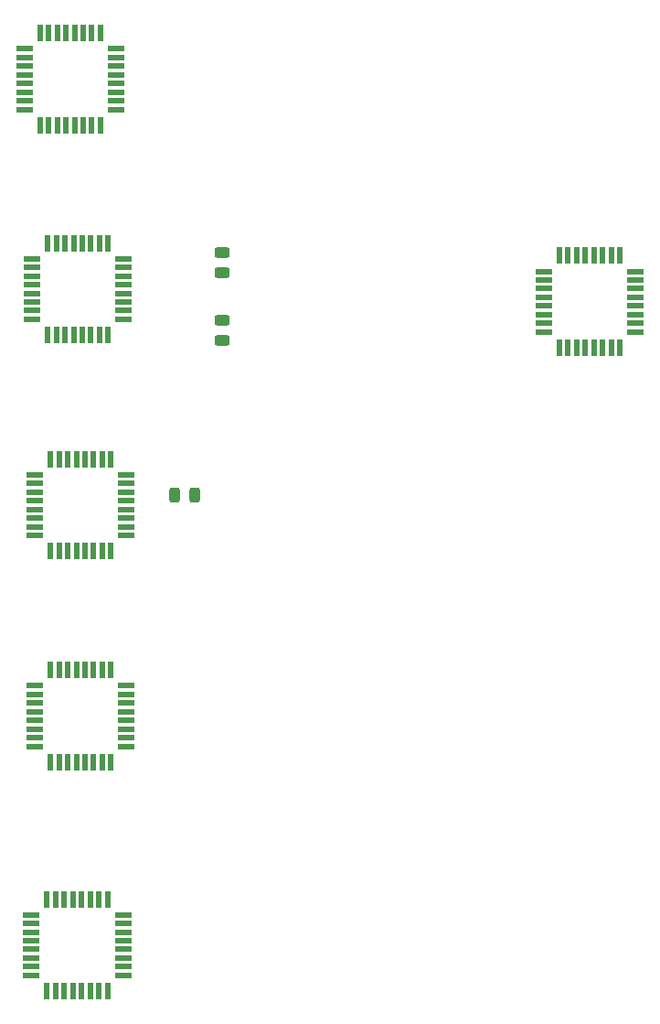
<source format=gbr>
%TF.GenerationSoftware,KiCad,Pcbnew,7.0.7*%
%TF.CreationDate,2023-11-05T16:16:46-05:00*%
%TF.ProjectId,MaisonEtape1,4d616973-6f6e-4457-9461-7065312e6b69,rev?*%
%TF.SameCoordinates,Original*%
%TF.FileFunction,Paste,Top*%
%TF.FilePolarity,Positive*%
%FSLAX46Y46*%
G04 Gerber Fmt 4.6, Leading zero omitted, Abs format (unit mm)*
G04 Created by KiCad (PCBNEW 7.0.7) date 2023-11-05 16:16:46*
%MOMM*%
%LPD*%
G01*
G04 APERTURE LIST*
G04 Aperture macros list*
%AMRoundRect*
0 Rectangle with rounded corners*
0 $1 Rounding radius*
0 $2 $3 $4 $5 $6 $7 $8 $9 X,Y pos of 4 corners*
0 Add a 4 corners polygon primitive as box body*
4,1,4,$2,$3,$4,$5,$6,$7,$8,$9,$2,$3,0*
0 Add four circle primitives for the rounded corners*
1,1,$1+$1,$2,$3*
1,1,$1+$1,$4,$5*
1,1,$1+$1,$6,$7*
1,1,$1+$1,$8,$9*
0 Add four rect primitives between the rounded corners*
20,1,$1+$1,$2,$3,$4,$5,0*
20,1,$1+$1,$4,$5,$6,$7,0*
20,1,$1+$1,$6,$7,$8,$9,0*
20,1,$1+$1,$8,$9,$2,$3,0*%
G04 Aperture macros list end*
%ADD10RoundRect,0.243750X-0.456250X0.243750X-0.456250X-0.243750X0.456250X-0.243750X0.456250X0.243750X0*%
%ADD11R,0.550000X1.600000*%
%ADD12R,1.600000X0.550000*%
%ADD13RoundRect,0.243750X-0.243750X-0.456250X0.243750X-0.456250X0.243750X0.456250X-0.243750X0.456250X0*%
G04 APERTURE END LIST*
D10*
%TO.C,Window_1*%
X131445000Y-66880500D03*
X131445000Y-68755500D03*
%TD*%
%TO.C,Window_2*%
X131445000Y-73152000D03*
X131445000Y-75027000D03*
%TD*%
D11*
%TO.C,U1*%
X120853000Y-66040000D03*
X120053000Y-66040000D03*
X119253000Y-66040000D03*
X118453000Y-66040000D03*
X117653000Y-66040000D03*
X116853000Y-66040000D03*
X116053000Y-66040000D03*
X115253000Y-66040000D03*
D12*
X113803000Y-67490000D03*
X113803000Y-68290000D03*
X113803000Y-69090000D03*
X113803000Y-69890000D03*
X113803000Y-70690000D03*
X113803000Y-71490000D03*
X113803000Y-72290000D03*
X113803000Y-73090000D03*
D11*
X115253000Y-74540000D03*
X116053000Y-74540000D03*
X116853000Y-74540000D03*
X117653000Y-74540000D03*
X118453000Y-74540000D03*
X119253000Y-74540000D03*
X120053000Y-74540000D03*
X120853000Y-74540000D03*
D12*
X122303000Y-73090000D03*
X122303000Y-72290000D03*
X122303000Y-71490000D03*
X122303000Y-70690000D03*
X122303000Y-69890000D03*
X122303000Y-69090000D03*
X122303000Y-68290000D03*
X122303000Y-67490000D03*
%TD*%
%TO.C,U2*%
X114055000Y-87479800D03*
X114055000Y-88279800D03*
X114055000Y-89079800D03*
X114055000Y-89879800D03*
X114055000Y-90679800D03*
X114055000Y-91479800D03*
X114055000Y-92279800D03*
X114055000Y-93079800D03*
D11*
X115505000Y-94529800D03*
X116305000Y-94529800D03*
X117105000Y-94529800D03*
X117905000Y-94529800D03*
X118705000Y-94529800D03*
X119505000Y-94529800D03*
X120305000Y-94529800D03*
X121105000Y-94529800D03*
D12*
X122555000Y-93079800D03*
X122555000Y-92279800D03*
X122555000Y-91479800D03*
X122555000Y-90679800D03*
X122555000Y-89879800D03*
X122555000Y-89079800D03*
X122555000Y-88279800D03*
X122555000Y-87479800D03*
D11*
X121105000Y-86029800D03*
X120305000Y-86029800D03*
X119505000Y-86029800D03*
X118705000Y-86029800D03*
X117905000Y-86029800D03*
X117105000Y-86029800D03*
X116305000Y-86029800D03*
X115505000Y-86029800D03*
%TD*%
D12*
%TO.C,U4*%
X113740000Y-128185600D03*
X113740000Y-128985600D03*
X113740000Y-129785600D03*
X113740000Y-130585600D03*
X113740000Y-131385600D03*
X113740000Y-132185600D03*
X113740000Y-132985600D03*
X113740000Y-133785600D03*
D11*
X115190000Y-135235600D03*
X115990000Y-135235600D03*
X116790000Y-135235600D03*
X117590000Y-135235600D03*
X118390000Y-135235600D03*
X119190000Y-135235600D03*
X119990000Y-135235600D03*
X120790000Y-135235600D03*
D12*
X122240000Y-133785600D03*
X122240000Y-132985600D03*
X122240000Y-132185600D03*
X122240000Y-131385600D03*
X122240000Y-130585600D03*
X122240000Y-129785600D03*
X122240000Y-128985600D03*
X122240000Y-128185600D03*
D11*
X120790000Y-126735600D03*
X119990000Y-126735600D03*
X119190000Y-126735600D03*
X118390000Y-126735600D03*
X117590000Y-126735600D03*
X116790000Y-126735600D03*
X115990000Y-126735600D03*
X115190000Y-126735600D03*
%TD*%
D12*
%TO.C,LT1*%
X113089100Y-48068000D03*
X113089100Y-48868000D03*
X113089100Y-49668000D03*
X113089100Y-50468000D03*
X113089100Y-51268000D03*
X113089100Y-52068000D03*
X113089100Y-52868000D03*
X113089100Y-53668000D03*
D11*
X114539100Y-55118000D03*
X115339100Y-55118000D03*
X116139100Y-55118000D03*
X116939100Y-55118000D03*
X117739100Y-55118000D03*
X118539100Y-55118000D03*
X119339100Y-55118000D03*
X120139100Y-55118000D03*
D12*
X121589100Y-53668000D03*
X121589100Y-52868000D03*
X121589100Y-52068000D03*
X121589100Y-51268000D03*
X121589100Y-50468000D03*
X121589100Y-49668000D03*
X121589100Y-48868000D03*
X121589100Y-48068000D03*
D11*
X120139100Y-46618000D03*
X119339100Y-46618000D03*
X118539100Y-46618000D03*
X117739100Y-46618000D03*
X116939100Y-46618000D03*
X116139100Y-46618000D03*
X115339100Y-46618000D03*
X114539100Y-46618000D03*
%TD*%
D12*
%TO.C,U3*%
X114055000Y-107000000D03*
X114055000Y-107800000D03*
X114055000Y-108600000D03*
X114055000Y-109400000D03*
X114055000Y-110200000D03*
X114055000Y-111000000D03*
X114055000Y-111800000D03*
X114055000Y-112600000D03*
D11*
X115505000Y-114050000D03*
X116305000Y-114050000D03*
X117105000Y-114050000D03*
X117905000Y-114050000D03*
X118705000Y-114050000D03*
X119505000Y-114050000D03*
X120305000Y-114050000D03*
X121105000Y-114050000D03*
D12*
X122555000Y-112600000D03*
X122555000Y-111800000D03*
X122555000Y-111000000D03*
X122555000Y-110200000D03*
X122555000Y-109400000D03*
X122555000Y-108600000D03*
X122555000Y-107800000D03*
X122555000Y-107000000D03*
D11*
X121105000Y-105550000D03*
X120305000Y-105550000D03*
X119505000Y-105550000D03*
X118705000Y-105550000D03*
X117905000Y-105550000D03*
X117105000Y-105550000D03*
X116305000Y-105550000D03*
X115505000Y-105550000D03*
%TD*%
D13*
%TO.C,door_1*%
X126979200Y-89357200D03*
X128854200Y-89357200D03*
%TD*%
D12*
%TO.C,U5*%
X161185000Y-68660000D03*
X161185000Y-69460000D03*
X161185000Y-70260000D03*
X161185000Y-71060000D03*
X161185000Y-71860000D03*
X161185000Y-72660000D03*
X161185000Y-73460000D03*
X161185000Y-74260000D03*
D11*
X162635000Y-75710000D03*
X163435000Y-75710000D03*
X164235000Y-75710000D03*
X165035000Y-75710000D03*
X165835000Y-75710000D03*
X166635000Y-75710000D03*
X167435000Y-75710000D03*
X168235000Y-75710000D03*
D12*
X169685000Y-74260000D03*
X169685000Y-73460000D03*
X169685000Y-72660000D03*
X169685000Y-71860000D03*
X169685000Y-71060000D03*
X169685000Y-70260000D03*
X169685000Y-69460000D03*
X169685000Y-68660000D03*
D11*
X168235000Y-67210000D03*
X167435000Y-67210000D03*
X166635000Y-67210000D03*
X165835000Y-67210000D03*
X165035000Y-67210000D03*
X164235000Y-67210000D03*
X163435000Y-67210000D03*
X162635000Y-67210000D03*
%TD*%
M02*

</source>
